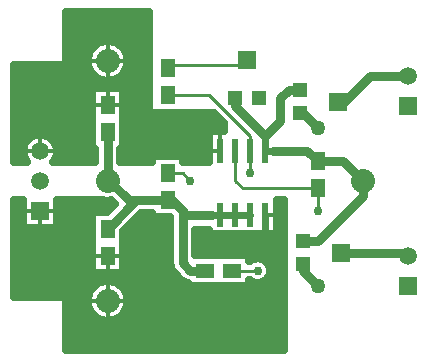
<source format=gbr>
G04 DipTrace 3.3.1.3*
G04 Top.gbr*
%MOIN*%
G04 #@! TF.FileFunction,Copper,L1,Top*
G04 #@! TF.Part,Single*
G04 #@! TA.AperFunction,ViaPad*
%ADD14C,0.03*%
G04 #@! TA.AperFunction,Conductor*
%ADD15C,0.023622*%
%ADD16C,0.01*%
G04 #@! TA.AperFunction,CopperBalancing*
%ADD17C,0.025*%
%ADD18C,0.013*%
%ADD20R,0.05X0.06*%
%ADD21R,0.06X0.05*%
G04 #@! TA.AperFunction,ViaPad*
%ADD22C,0.05*%
G04 #@! TA.AperFunction,ComponentPad*
%ADD23R,0.05937X0.05937*%
%ADD24C,0.05937*%
%ADD26R,0.047244X0.047244*%
%ADD27R,0.062992X0.059055*%
%ADD29R,0.059055X0.062992*%
G04 #@! TA.AperFunction,ComponentPad*
%ADD30C,0.08*%
%ADD31R,0.023622X0.07874*%
%FSLAX26Y26*%
G04*
G70*
G90*
G75*
G01*
G04 Top*
%LPD*%
X550000Y535000D2*
D14*
X445000D1*
X350000Y440000D1*
X550000Y535000D2*
X565000D1*
X600000Y500000D1*
Y325000D1*
X625000Y300000D1*
X675000D1*
X825000Y487402D2*
D15*
X775000D1*
X725000D1*
X698189D1*
D14*
X612598D1*
X600000Y500000D1*
X1000039Y321260D2*
Y299961D1*
X1050000Y250000D1*
X992362Y825000D2*
X1000000D1*
X1050000Y775000D1*
X350000Y600000D2*
X353891Y601109D1*
X350000Y605000D1*
Y762500D1*
X445000Y535000D2*
X420000D1*
X353891Y601109D1*
X875000Y487402D2*
D15*
Y433031D1*
D14*
Y400000D1*
Y700000D2*
D15*
X901811D1*
D14*
X1015000D1*
X1050000Y665000D1*
X775000Y875000D2*
Y850000D1*
X875000Y750000D1*
D15*
Y700000D1*
X1050000Y665000D2*
D14*
X1135000D1*
X1200000Y600000D1*
X992323Y903740D2*
X953740D1*
X925000Y875000D1*
Y800000D1*
X875000Y750000D1*
X1000000Y400000D2*
X1050000D1*
X1200000Y550000D1*
Y600000D1*
X550000Y625000D2*
D16*
X600000D1*
X625000Y600000D1*
X825000Y625000D2*
Y700000D1*
X550000Y887500D2*
X687500D1*
X825000Y750000D1*
Y700000D1*
X765000Y300000D2*
X850000D1*
X1050000Y575000D2*
Y500000D1*
X775000Y700000D2*
Y600000D1*
X800000Y575000D1*
X1050000D1*
X814370Y1001772D2*
Y987500D1*
X560000D1*
X550000Y977500D1*
X1119094Y864370D2*
D14*
X1139370D1*
X1223425Y948425D1*
X1350000D1*
X1126772Y360630D2*
X1337795D1*
X1350000Y348425D1*
X875000Y400000D3*
X625000Y600000D3*
X825000Y625000D3*
X850000Y300000D3*
X1050000Y500000D3*
D22*
Y250000D3*
Y775000D3*
X662500Y725000D3*
X40018Y512631D2*
D17*
X66308D1*
X183698D2*
X361457D1*
X915807D2*
X934993D1*
X40018Y487762D2*
X66308D1*
X183698D2*
X296004D1*
X458966D2*
X495986D1*
X915807D2*
X934993D1*
X40018Y462894D2*
X66308D1*
X183698D2*
X296004D1*
X434098D2*
X555984D1*
X915807D2*
X934993D1*
X40018Y438025D2*
X296004D1*
X409231D2*
X555984D1*
X915807D2*
X934993D1*
X40018Y413156D2*
X296004D1*
X403991D2*
X555984D1*
X643984D2*
X934993D1*
X40018Y388287D2*
X296004D1*
X403991D2*
X555984D1*
X643984D2*
X934993D1*
X40018Y363419D2*
X296004D1*
X403991D2*
X555984D1*
X643984D2*
X934993D1*
X40018Y338550D2*
X296004D1*
X403991D2*
X555984D1*
X824016D2*
X832105D1*
X867866D2*
X934993D1*
X40018Y313681D2*
X296004D1*
X403991D2*
X557563D1*
X891693D2*
X934993D1*
X40018Y288812D2*
X575003D1*
X892446D2*
X934993D1*
X40018Y263944D2*
X329232D1*
X370762D2*
X601953D1*
X873033D2*
X934993D1*
X40018Y239075D2*
X293707D1*
X406324D2*
X934993D1*
X40018Y214206D2*
X282547D1*
X417448D2*
X934993D1*
X214990Y189337D2*
X281865D1*
X418130D2*
X934993D1*
X214990Y164469D2*
X291303D1*
X408728D2*
X934993D1*
X214990Y139600D2*
X319688D1*
X380307D2*
X934993D1*
X214990Y114731D2*
X934993D1*
X214990Y89862D2*
X934993D1*
X214990Y64993D2*
X934993D1*
X214990Y40125D2*
X934993D1*
X401500Y383499D2*
Y293500D1*
X298500D1*
Y496500D1*
X347841D1*
X373814Y522504D1*
X361755Y534556D1*
X355218Y533705D1*
X344782D1*
X334476Y535337D1*
X327441Y537496D1*
X181194Y537500D1*
X181185Y443815D1*
X68815D1*
Y537495D1*
X37513Y537500D1*
X37500Y212509D1*
X201955Y212346D1*
X204783Y211549D1*
X207348Y210113D1*
X209505Y208118D1*
X211138Y205675D1*
X212155Y202919D1*
X212500Y199996D1*
Y37480D1*
X937528Y37500D1*
X937500Y537534D1*
X913290Y537500D1*
X913311Y421531D1*
X686689D1*
Y437500D1*
X641476D1*
X641500Y351475D1*
X821500Y351500D1*
Y331512D1*
X823049Y331556D1*
X828316Y335385D1*
X834118Y338341D1*
X840312Y340353D1*
X846744Y341373D1*
X853256D1*
X859688Y340353D1*
X865882Y338341D1*
X871684Y335385D1*
X876951Y331556D1*
X881556Y326951D1*
X885385Y321684D1*
X888341Y315882D1*
X890353Y309688D1*
X891373Y303256D1*
Y296744D1*
X890353Y290312D1*
X888341Y284118D1*
X885385Y278316D1*
X881556Y273049D1*
X876951Y268444D1*
X871684Y264615D1*
X865882Y261659D1*
X859688Y259647D1*
X853256Y258627D1*
X846744D1*
X840312Y259647D1*
X834118Y261659D1*
X828316Y264615D1*
X822983Y268504D1*
X821472Y268500D1*
X821500Y248500D1*
X618500D1*
Y259014D1*
X612176Y260531D1*
X606159Y263024D1*
X600606Y266425D1*
X595646Y270664D1*
X568444Y298047D1*
X564615Y303316D1*
X561659Y309118D1*
X559647Y315312D1*
X558627Y321744D1*
X558500Y361745D1*
Y478476D1*
X498500Y478500D1*
Y493535D1*
X462192Y493500D1*
X401496Y432806D1*
X401465Y383500D1*
X416475Y198163D2*
X415866Y190843D1*
X414455Y183634D1*
X412257Y176626D1*
X409299Y169902D1*
X405618Y163546D1*
X401259Y157634D1*
X396273Y152240D1*
X390723Y147428D1*
X384677Y143257D1*
X378207Y139778D1*
X371394Y137035D1*
X364319Y135060D1*
X357070Y133877D1*
X349734Y133500D1*
X342402Y133936D1*
X335161Y135177D1*
X328102Y137209D1*
X321311Y140007D1*
X314870Y143537D1*
X308857Y147756D1*
X303345Y152612D1*
X298404Y158046D1*
X294092Y163992D1*
X290462Y170378D1*
X287558Y177126D1*
X285416Y184151D1*
X284062Y191371D1*
X283513Y198696D1*
X283774Y206037D1*
X284844Y213303D1*
X286709Y220408D1*
X289346Y227264D1*
X292723Y233787D1*
X296798Y239898D1*
X301524Y245522D1*
X306840Y250591D1*
X312682Y255042D1*
X318980Y258822D1*
X325657Y261885D1*
X332630Y264192D1*
X339816Y265715D1*
X347126Y266438D1*
X354471Y266349D1*
X361761Y265451D1*
X368908Y263756D1*
X375824Y261281D1*
X382425Y258059D1*
X388630Y254129D1*
X394365Y249538D1*
X399558Y244344D1*
X404146Y238608D1*
X408073Y232400D1*
X411293Y225798D1*
X413764Y218881D1*
X415457Y211734D1*
X416352Y204442D1*
X416475Y198163D1*
X350000Y350000D2*
D18*
Y293535D1*
X298535Y350000D2*
X401465D1*
X125000Y500000D2*
Y443850D1*
X68850Y500000D2*
X181150D1*
X350000Y266465D2*
Y133535D1*
X283535Y200000D2*
X416465D1*
X875000Y487402D2*
Y421567D1*
Y487402D2*
X913276D1*
X214990Y1137631D2*
D17*
X485005D1*
X214990Y1112762D2*
X485005D1*
X214990Y1087894D2*
X485005D1*
X214990Y1063025D2*
X326290D1*
X373705D2*
X485005D1*
X214990Y1038156D2*
X293025D1*
X406970D2*
X485005D1*
X214990Y1013287D2*
X282332D1*
X417663D2*
X485005D1*
X207202Y988419D2*
X282009D1*
X417986D2*
X485005D1*
X40018Y963550D2*
X291877D1*
X408118D2*
X485005D1*
X40018Y938681D2*
X321769D1*
X378227D2*
X485005D1*
X40018Y913812D2*
X485005D1*
X40018Y888944D2*
X296004D1*
X403991D2*
X485005D1*
X40018Y864075D2*
X296004D1*
X403991D2*
X485005D1*
X40018Y839206D2*
X296004D1*
X403991D2*
X485005D1*
X40018Y814337D2*
X296004D1*
X403991D2*
X713623D1*
X40018Y789469D2*
X296004D1*
X403991D2*
X735010D1*
X40018Y764600D2*
X296004D1*
X403991D2*
X684198D1*
X40018Y739731D2*
X84430D1*
X165576D2*
X296004D1*
X403991D2*
X684198D1*
X40018Y714862D2*
X68785D1*
X181222D2*
X296004D1*
X403991D2*
X684198D1*
X40018Y689993D2*
X66955D1*
X183052D2*
X306016D1*
X394016D2*
X684198D1*
X40018Y665125D2*
X77253D1*
X172753D2*
X306016D1*
X394016D2*
X495986D1*
X604009D2*
X684198D1*
X401500Y795999D2*
Y706000D1*
X391488D1*
X391500Y662491D1*
X498492Y662500D1*
X498500Y681500D1*
X601500D1*
Y662517D1*
X686668Y662500D1*
X686689Y765870D1*
X737514D1*
X737500Y792927D1*
X705467Y824984D1*
X498045Y825154D1*
X495217Y825951D1*
X492652Y827387D1*
X490495Y829382D1*
X488862Y831825D1*
X487845Y834581D1*
X487500Y837500D1*
Y1162503D1*
X212531Y1162500D1*
X212462Y999020D1*
X211888Y996138D1*
X210657Y993469D1*
X208839Y991161D1*
X206531Y989343D1*
X203862Y988112D1*
X200980Y987538D1*
X37480Y987500D1*
X37500Y662509D1*
X81634Y662702D1*
X77345Y668663D1*
X73870Y675133D1*
X71269Y682000D1*
X69587Y689150D1*
X68849Y696455D1*
X69072Y703797D1*
X70251Y711045D1*
X72365Y718077D1*
X75377Y724776D1*
X79238Y731022D1*
X83881Y736713D1*
X89226Y741749D1*
X95181Y746045D1*
X101647Y749528D1*
X108512Y752136D1*
X115659Y753828D1*
X122965Y754573D1*
X130304Y754360D1*
X137555Y753189D1*
X144591Y751084D1*
X151291Y748079D1*
X157543Y744226D1*
X163239Y739591D1*
X168281Y734251D1*
X172584Y728299D1*
X176075Y721839D1*
X178692Y714976D1*
X180392Y707832D1*
X181146Y700528D1*
X180915Y692923D1*
X179719Y685676D1*
X177589Y678648D1*
X174560Y671958D1*
X170685Y665720D1*
X168194Y662503D1*
X308521Y662500D1*
X308500Y706014D1*
X298500Y706000D1*
Y909000D1*
X401500D1*
X401493Y796000D1*
X416475Y998163D2*
X415866Y990843D1*
X414455Y983634D1*
X412257Y976626D1*
X409299Y969902D1*
X405618Y963546D1*
X401259Y957634D1*
X396273Y952240D1*
X390723Y947428D1*
X384677Y943257D1*
X378207Y939778D1*
X371394Y937035D1*
X364319Y935060D1*
X357070Y933877D1*
X349734Y933500D1*
X342402Y933936D1*
X335161Y935177D1*
X328102Y937209D1*
X321311Y940007D1*
X314870Y943537D1*
X308857Y947756D1*
X303345Y952612D1*
X298404Y958046D1*
X294092Y963992D1*
X290462Y970378D1*
X287558Y977126D1*
X285416Y984151D1*
X284062Y991371D1*
X283513Y998696D1*
X283774Y1006037D1*
X284844Y1013303D1*
X286709Y1020408D1*
X289346Y1027264D1*
X292723Y1033787D1*
X296798Y1039898D1*
X301524Y1045522D1*
X306840Y1050591D1*
X312682Y1055042D1*
X318980Y1058822D1*
X325657Y1061885D1*
X332630Y1064192D1*
X339816Y1065715D1*
X347126Y1066438D1*
X354471Y1066349D1*
X361761Y1065451D1*
X368908Y1063756D1*
X375824Y1061281D1*
X382425Y1058059D1*
X388630Y1054129D1*
X394365Y1049538D1*
X399558Y1044344D1*
X404146Y1038608D1*
X408073Y1032400D1*
X411293Y1025798D1*
X413764Y1018881D1*
X415457Y1011734D1*
X416352Y1004442D1*
X416475Y998163D1*
X350000Y908965D2*
D18*
Y852500D1*
X298535D2*
X401465D1*
X125000Y754575D2*
Y698425D1*
X68850D2*
X181150D1*
X350000Y1066465D2*
Y933535D1*
X283535Y1000000D2*
X416465D1*
X725000Y765835D2*
Y700000D1*
X686724D2*
X725000D1*
D20*
X350000Y350000D3*
Y440000D3*
Y762500D3*
Y852500D3*
X550000Y625000D3*
Y535000D3*
D23*
X125000Y500000D3*
D24*
Y598425D3*
Y698425D3*
D23*
X1350000Y850000D3*
D24*
Y948425D3*
D23*
Y250000D3*
D24*
Y348425D3*
D20*
X550000Y887500D3*
Y977500D3*
D26*
X775000Y875000D3*
D27*
X814370Y1001772D3*
D26*
X853740Y875040D3*
D20*
X1050000Y575000D3*
Y665000D3*
D21*
X675000Y300000D3*
X765000D3*
D26*
X992323Y903740D3*
D29*
X1119095Y864370D3*
D26*
X992363Y825000D3*
X1000000Y400000D3*
D29*
X1126772Y360630D3*
D26*
X1000040Y321260D3*
D30*
X350000Y200000D3*
Y600000D3*
Y1000000D3*
X1200000Y600000D3*
D31*
X875000Y700000D3*
X825000D3*
X775000D3*
X725000D3*
Y487402D3*
X775000D3*
X825000D3*
X875000D3*
M02*

</source>
